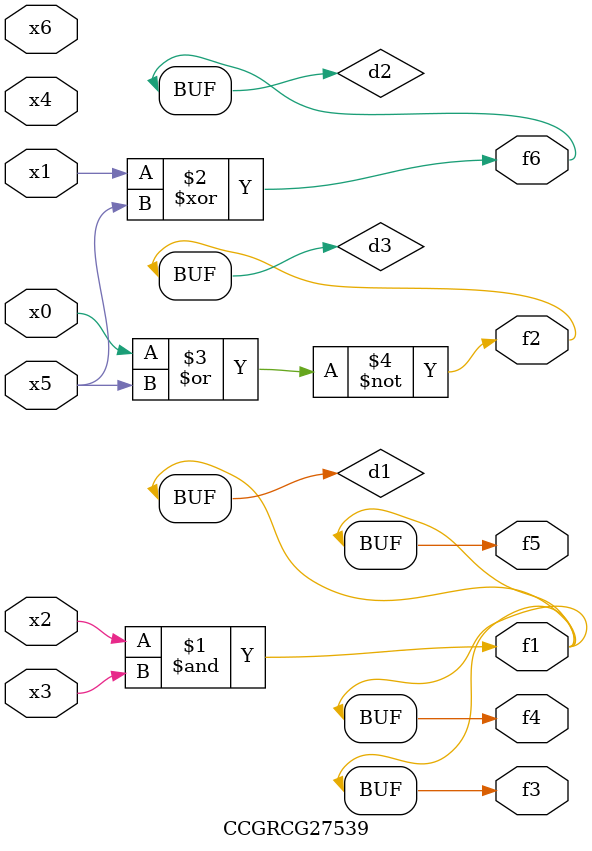
<source format=v>
module CCGRCG27539(
	input x0, x1, x2, x3, x4, x5, x6,
	output f1, f2, f3, f4, f5, f6
);

	wire d1, d2, d3;

	and (d1, x2, x3);
	xor (d2, x1, x5);
	nor (d3, x0, x5);
	assign f1 = d1;
	assign f2 = d3;
	assign f3 = d1;
	assign f4 = d1;
	assign f5 = d1;
	assign f6 = d2;
endmodule

</source>
